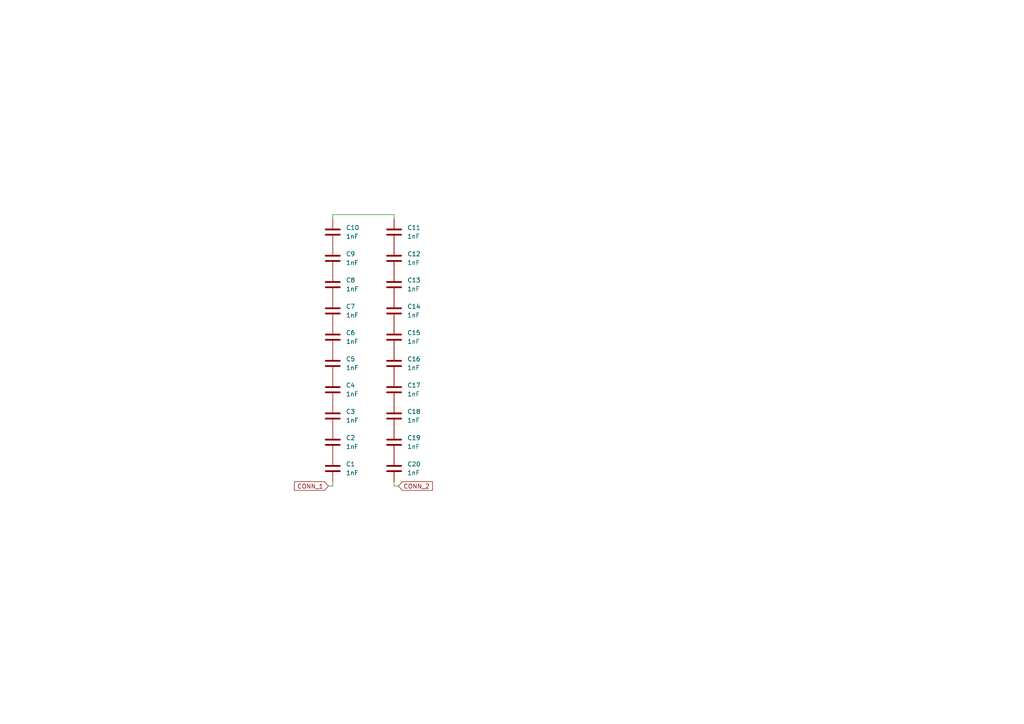
<source format=kicad_sch>
(kicad_sch (version 20250114) (generator "eeschema") (generator_version "9.0")
  (paper "A4")
  (lib_symbols
    (symbol "Device:C" (pin_numbers (hide yes)) (pin_names (offset 0.254))
      (property "Reference" "C" (at 0.635 2.54 0))
      (property "Value" "C" (at 0.635 -2.54 0))
      (symbol "C_0_1"
        (polyline (pts (xy -2.032 0.762) (xy 2.032 0.762)) (stroke (width 0.508)))
        (polyline (pts (xy -2.032 -0.762) (xy 2.032 -0.762)) (stroke (width 0.508)))
      )
      (symbol "C_1_1"
        (pin passive line (at 0 3.81 270) (length 2.794) (name "~") (number "1"))
        (pin passive line (at 0 -3.81 90) (length 2.794) (name "~") (number "2"))
      )
    )
  )
  (wire (pts (xy 114.3 62.23) (xy 114.3 63.5)))
  (wire (pts (xy 95.25 140.97) (xy 96.52 140.97)))
  (wire (pts (xy 96.52 62.23) (xy 114.3 62.23)))
  (wire (pts (xy 96.52 63.5) (xy 96.52 62.23)))
  (wire (pts (xy 114.3 140.97) (xy 114.3 139.7)))
  (wire (pts (xy 96.52 140.97) (xy 96.52 139.7)))
  (wire (pts (xy 115.57 140.97) (xy 114.3 140.97)))
  (global_label "CONN_1" (shape input) (at 95.25 140.97 180) (property "Intersheetrefs" "${INTERSHEET_REFS}" (effects (hide yes))))
  (global_label "CONN_2" (shape input) (at 115.57 140.97 0) (property "Intersheetrefs" "${INTERSHEET_REFS}" (effects (hide yes))))
  (symbol (lib_id "Device:C") (at 114.3 105.41 0) (unit 1)
    (property "Reference" "C16" (at 118.11 104.1399 0) (effects (justify left)))
    (property "Value" "1nF" (at 118.11 106.6799 0) (effects (justify left)))
    (property "Footprint" "Capacitor_SMD:C_1812_4532Metric_Pad1.57x3.40mm_HandSolder" (effects (hide yes)))
    (property "Description" "Unpolarized capacitor" (effects (hide yes)))
  )
  (symbol (lib_id "Device:C") (at 96.52 67.31 180) (unit 1)
    (property "Reference" "C10" (at 100.33 66.0399 0) (effects (justify right)))
    (property "Value" "1nF" (at 100.33 68.5799 0) (effects (justify right)))
    (property "Footprint" "Capacitor_SMD:C_1812_4532Metric_Pad1.57x3.40mm_HandSolder" (effects (hide yes)))
    (property "Description" "Unpolarized capacitor" (effects (hide yes)))
  )
  (symbol (lib_id "Device:C") (at 96.52 90.17 180) (unit 1)
    (property "Reference" "C7" (at 100.33 88.8999 0) (effects (justify right)))
    (property "Value" "1nF" (at 100.33 91.4399 0) (effects (justify right)))
    (property "Footprint" "Capacitor_SMD:C_1812_4532Metric_Pad1.57x3.40mm_HandSolder" (effects (hide yes)))
    (property "Description" "Unpolarized capacitor" (effects (hide yes)))
  )
  (symbol (lib_id "Device:C") (at 96.52 82.55 180) (unit 1)
    (property "Reference" "C8" (at 100.33 81.2799 0) (effects (justify right)))
    (property "Value" "1nF" (at 100.33 83.8199 0) (effects (justify right)))
    (property "Footprint" "Capacitor_SMD:C_1812_4532Metric_Pad1.57x3.40mm_HandSolder" (effects (hide yes)))
    (property "Description" "Unpolarized capacitor" (effects (hide yes)))
  )
  (symbol (lib_id "Device:C") (at 114.3 128.27 0) (unit 1)
    (property "Reference" "C19" (at 118.11 126.9999 0) (effects (justify left)))
    (property "Value" "1nF" (at 118.11 129.5399 0) (effects (justify left)))
    (property "Footprint" "Capacitor_SMD:C_1812_4532Metric_Pad1.57x3.40mm_HandSolder" (effects (hide yes)))
    (property "Description" "Unpolarized capacitor" (effects (hide yes)))
  )
  (symbol (lib_id "Device:C") (at 114.3 67.31 0) (unit 1)
    (property "Reference" "C11" (at 118.11 66.0399 0) (effects (justify left)))
    (property "Value" "1nF" (at 118.11 68.5799 0) (effects (justify left)))
    (property "Footprint" "Capacitor_SMD:C_1812_4532Metric_Pad1.57x3.40mm_HandSolder" (effects (hide yes)))
    (property "Description" "Unpolarized capacitor" (effects (hide yes)))
  )
  (symbol (lib_id "Device:C") (at 96.52 97.79 180) (unit 1)
    (property "Reference" "C6" (at 100.33 96.5199 0) (effects (justify right)))
    (property "Value" "1nF" (at 100.33 99.0599 0) (effects (justify right)))
    (property "Footprint" "Capacitor_SMD:C_1812_4532Metric_Pad1.57x3.40mm_HandSolder" (effects (hide yes)))
    (property "Description" "Unpolarized capacitor" (effects (hide yes)))
  )
  (symbol (lib_id "Device:C") (at 114.3 74.93 0) (unit 1)
    (property "Reference" "C12" (at 118.11 73.6599 0) (effects (justify left)))
    (property "Value" "1nF" (at 118.11 76.1999 0) (effects (justify left)))
    (property "Footprint" "Capacitor_SMD:C_1812_4532Metric_Pad1.57x3.40mm_HandSolder" (effects (hide yes)))
    (property "Description" "Unpolarized capacitor" (effects (hide yes)))
  )
  (symbol (lib_id "Device:C") (at 114.3 113.03 0) (unit 1)
    (property "Reference" "C17" (at 118.11 111.7599 0) (effects (justify left)))
    (property "Value" "1nF" (at 118.11 114.2999 0) (effects (justify left)))
    (property "Footprint" "Capacitor_SMD:C_1812_4532Metric_Pad1.57x3.40mm_HandSolder" (effects (hide yes)))
    (property "Description" "Unpolarized capacitor" (effects (hide yes)))
  )
  (symbol (lib_id "Device:C") (at 114.3 82.55 0) (unit 1)
    (property "Reference" "C13" (at 118.11 81.2799 0) (effects (justify left)))
    (property "Value" "1nF" (at 118.11 83.8199 0) (effects (justify left)))
    (property "Footprint" "Capacitor_SMD:C_1812_4532Metric_Pad1.57x3.40mm_HandSolder" (effects (hide yes)))
    (property "Description" "Unpolarized capacitor" (effects (hide yes)))
  )
  (symbol (lib_id "Device:C") (at 114.3 90.17 0) (unit 1)
    (property "Reference" "C14" (at 118.11 88.8999 0) (effects (justify left)))
    (property "Value" "1nF" (at 118.11 91.4399 0) (effects (justify left)))
    (property "Footprint" "Capacitor_SMD:C_1812_4532Metric_Pad1.57x3.40mm_HandSolder" (effects (hide yes)))
    (property "Description" "Unpolarized capacitor" (effects (hide yes)))
  )
  (symbol (lib_id "Device:C") (at 96.52 135.89 180) (unit 1)
    (property "Reference" "C1" (at 100.33 134.6199 0) (effects (justify right)))
    (property "Value" "1nF" (at 100.33 137.1599 0) (effects (justify right)))
    (property "Footprint" "Capacitor_SMD:C_1812_4532Metric_Pad1.57x3.40mm_HandSolder" (effects (hide yes)))
    (property "Description" "Unpolarized capacitor" (effects (hide yes)))
  )
  (symbol (lib_id "Device:C") (at 96.52 128.27 180) (unit 1)
    (property "Reference" "C2" (at 100.33 126.9999 0) (effects (justify right)))
    (property "Value" "1nF" (at 100.33 129.5399 0) (effects (justify right)))
    (property "Footprint" "Capacitor_SMD:C_1812_4532Metric_Pad1.57x3.40mm_HandSolder" (effects (hide yes)))
    (property "Description" "Unpolarized capacitor" (effects (hide yes)))
  )
  (symbol (lib_id "Device:C") (at 96.52 74.93 180) (unit 1)
    (property "Reference" "C9" (at 100.33 73.6599 0) (effects (justify right)))
    (property "Value" "1nF" (at 100.33 76.1999 0) (effects (justify right)))
    (property "Footprint" "Capacitor_SMD:C_1812_4532Metric_Pad1.57x3.40mm_HandSolder" (effects (hide yes)))
    (property "Description" "Unpolarized capacitor" (effects (hide yes)))
  )
  (symbol (lib_id "Device:C") (at 96.52 113.03 180) (unit 1)
    (property "Reference" "C4" (at 100.33 111.7599 0) (effects (justify right)))
    (property "Value" "1nF" (at 100.33 114.2999 0) (effects (justify right)))
    (property "Footprint" "Capacitor_SMD:C_1812_4532Metric_Pad1.57x3.40mm_HandSolder" (effects (hide yes)))
    (property "Description" "Unpolarized capacitor" (effects (hide yes)))
  )
  (symbol (lib_id "Device:C") (at 96.52 120.65 180) (unit 1)
    (property "Reference" "C3" (at 100.33 119.3799 0) (effects (justify right)))
    (property "Value" "1nF" (at 100.33 121.9199 0) (effects (justify right)))
    (property "Footprint" "Capacitor_SMD:C_1812_4532Metric_Pad1.57x3.40mm_HandSolder" (effects (hide yes)))
    (property "Description" "Unpolarized capacitor" (effects (hide yes)))
  )
  (symbol (lib_id "Device:C") (at 114.3 97.79 0) (unit 1)
    (property "Reference" "C15" (at 118.11 96.5199 0) (effects (justify left)))
    (property "Value" "1nF" (at 118.11 99.0599 0) (effects (justify left)))
    (property "Footprint" "Capacitor_SMD:C_1812_4532Metric_Pad1.57x3.40mm_HandSolder" (effects (hide yes)))
    (property "Description" "Unpolarized capacitor" (effects (hide yes)))
  )
  (symbol (lib_id "Device:C") (at 114.3 135.89 0) (unit 1)
    (property "Reference" "C20" (at 118.11 134.6199 0) (effects (justify left)))
    (property "Value" "1nF" (at 118.11 137.1599 0) (effects (justify left)))
    (property "Footprint" "Capacitor_SMD:C_1812_4532Metric_Pad1.57x3.40mm_HandSolder" (effects (hide yes)))
    (property "Description" "Unpolarized capacitor" (effects (hide yes)))
  )
  (symbol (lib_id "Device:C") (at 114.3 120.65 0) (unit 1)
    (property "Reference" "C18" (at 118.11 119.3799 0) (effects (justify left)))
    (property "Value" "1nF" (at 118.11 121.9199 0) (effects (justify left)))
    (property "Footprint" "Capacitor_SMD:C_1812_4532Metric_Pad1.57x3.40mm_HandSolder" (effects (hide yes)))
    (property "Description" "Unpolarized capacitor" (effects (hide yes)))
  )
  (symbol (lib_id "Device:C") (at 96.52 105.41 180) (unit 1)
    (property "Reference" "C5" (at 100.33 104.1399 0) (effects (justify right)))
    (property "Value" "1nF" (at 100.33 106.6799 0) (effects (justify right)))
    (property "Footprint" "Capacitor_SMD:C_1812_4532Metric_Pad1.57x3.40mm_HandSolder" (effects (hide yes)))
    (property "Description" "Unpolarized capacitor" (effects (hide yes)))
  )
)
</source>
